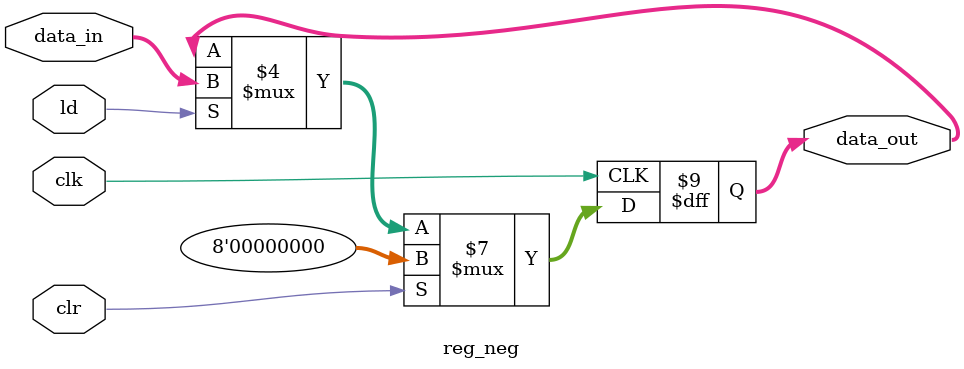
<source format=v>
`timescale 1ns / 1ps
`default_nettype none


module reg_neg #(parameter n=8) (
    input wire [n-1:0] data_in,
    input wire clk, 
	input wire clr, 
	input wire ld, 
    output reg [n-1:0] data_out  ); 


    always @(negedge clk)
    begin 
       if (clr == 1'b1)       // asynch clr
          data_out <= 0;
       else if (ld == 1'b1)   // synch load
          data_out <= data_in; 
    end
    
endmodule

`default_nettype wire


</source>
